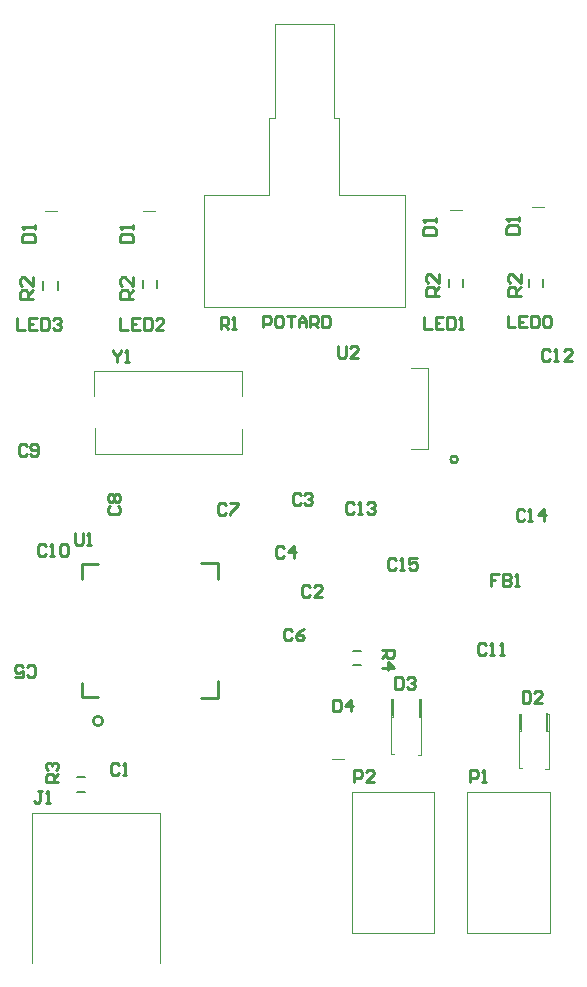
<source format=gto>
%FSLAX44Y44*%
%MOMM*%
G71*
G01*
G75*
G04 Layer_Color=65535*
%ADD10R,1.6800X1.5200*%
%ADD11R,0.9500X0.7000*%
%ADD12R,0.8000X1.6000*%
%ADD13R,1.2500X2.0000*%
%ADD14R,1.6000X0.8000*%
%ADD15R,5.5000X2.0000*%
%ADD16R,5.6000X5.6000*%
%ADD17R,2.0000X1.2000*%
%ADD18R,0.3000X1.5000*%
%ADD19R,1.5000X0.3000*%
%ADD20R,1.1000X1.2500*%
%ADD21R,2.0000X1.2500*%
%ADD22C,0.2540*%
%ADD23C,0.2900*%
%ADD24C,2.0000*%
%ADD25C,1.5000*%
%ADD26R,1.5000X1.5000*%
%ADD27C,1.4000*%
%ADD28C,1.2700*%
%ADD29C,1.0000*%
%ADD30C,0.1000*%
%ADD31C,0.2000*%
%ADD32R,0.1778X1.4732*%
%ADD33R,0.2032X1.4986*%
D22*
X385750Y427250D02*
G03*
X385750Y427250I-3000J0D01*
G01*
X85250Y205750D02*
G03*
X85250Y205750I-4000J0D01*
G01*
X168750Y339500D02*
X182500D01*
Y325750D02*
Y339500D01*
X168750Y225000D02*
X182500D01*
Y239500D01*
X67500Y339000D02*
X81250D01*
X67500Y325750D02*
Y339000D01*
Y225750D02*
X81250D01*
X67500D02*
Y238250D01*
X420664Y329997D02*
X414000D01*
Y324998D01*
X417332D01*
X414000D01*
Y320000D01*
X423997Y329997D02*
Y320000D01*
X428995D01*
X430661Y321666D01*
Y323332D01*
X428995Y324998D01*
X423997D01*
X428995D01*
X430661Y326665D01*
Y328331D01*
X428995Y329997D01*
X423997D01*
X433994Y320000D02*
X437326D01*
X435660D01*
Y329997D01*
X433994Y328331D01*
X47000Y154000D02*
X37003D01*
Y158998D01*
X38669Y160665D01*
X42002D01*
X43668Y158998D01*
Y154000D01*
Y157332D02*
X47000Y160665D01*
X38669Y163997D02*
X37003Y165663D01*
Y168995D01*
X38669Y170661D01*
X40335D01*
X42002Y168995D01*
Y167329D01*
Y168995D01*
X43668Y170661D01*
X45334D01*
X47000Y168995D01*
Y165663D01*
X45334Y163997D01*
X98665Y168331D02*
X96998Y169997D01*
X93666D01*
X92000Y168331D01*
Y161666D01*
X93666Y160000D01*
X96998D01*
X98665Y161666D01*
X101997Y160000D02*
X105329D01*
X103663D01*
Y169997D01*
X101997Y168331D01*
X20665Y438331D02*
X18998Y439997D01*
X15666D01*
X14000Y438331D01*
Y431666D01*
X15666Y430000D01*
X18998D01*
X20665Y431666D01*
X23997D02*
X25663Y430000D01*
X28995D01*
X30661Y431666D01*
Y438331D01*
X28995Y439997D01*
X25663D01*
X23997Y438331D01*
Y436665D01*
X25663Y434998D01*
X30661D01*
X245665Y282331D02*
X243998Y283997D01*
X240666D01*
X239000Y282331D01*
Y275666D01*
X240666Y274000D01*
X243998D01*
X245665Y275666D01*
X255661Y283997D02*
X252329Y282331D01*
X248997Y278998D01*
Y275666D01*
X250663Y274000D01*
X253995D01*
X255661Y275666D01*
Y277332D01*
X253995Y278998D01*
X248997D01*
X252665Y397331D02*
X250998Y398997D01*
X247666D01*
X246000Y397331D01*
Y390666D01*
X247666Y389000D01*
X250998D01*
X252665Y390666D01*
X255997Y397331D02*
X257663Y398997D01*
X260995D01*
X262661Y397331D01*
Y395664D01*
X260995Y393998D01*
X259329D01*
X260995D01*
X262661Y392332D01*
Y390666D01*
X260995Y389000D01*
X257663D01*
X255997Y390666D01*
X238664Y352331D02*
X236998Y353997D01*
X233666D01*
X232000Y352331D01*
Y345666D01*
X233666Y344000D01*
X236998D01*
X238664Y345666D01*
X246995Y344000D02*
Y353997D01*
X241997Y348998D01*
X248661D01*
X189664Y388331D02*
X187998Y389997D01*
X184666D01*
X183000Y388331D01*
Y381666D01*
X184666Y380000D01*
X187998D01*
X189664Y381666D01*
X192997Y389997D02*
X199661D01*
Y388331D01*
X192997Y381666D01*
Y380000D01*
X91669Y387664D02*
X90003Y385998D01*
Y382666D01*
X91669Y381000D01*
X98334D01*
X100000Y382666D01*
Y385998D01*
X98334Y387664D01*
X91669Y390997D02*
X90003Y392663D01*
Y395995D01*
X91669Y397661D01*
X93336D01*
X95002Y395995D01*
X96668Y397661D01*
X98334D01*
X100000Y395995D01*
Y392663D01*
X98334Y390997D01*
X96668D01*
X95002Y392663D01*
X93336Y390997D01*
X91669D01*
X95002Y392663D02*
Y395995D01*
X94000Y519997D02*
Y518331D01*
X97332Y514998D01*
X100665Y518331D01*
Y519997D01*
X97332Y514998D02*
Y510000D01*
X103997D02*
X107329D01*
X105663D01*
Y519997D01*
X103997Y518331D01*
X185000Y538000D02*
Y547997D01*
X189998D01*
X191665Y546331D01*
Y542998D01*
X189998Y541332D01*
X185000D01*
X188332D02*
X191665Y538000D01*
X194997D02*
X198329D01*
X196663D01*
Y547997D01*
X194997Y546331D01*
X221000Y539000D02*
Y548997D01*
X225998D01*
X227665Y547331D01*
Y543998D01*
X225998Y542332D01*
X221000D01*
X235995Y548997D02*
X232663D01*
X230997Y547331D01*
Y540666D01*
X232663Y539000D01*
X235995D01*
X237661Y540666D01*
Y547331D01*
X235995Y548997D01*
X240993D02*
X247658D01*
X244326D01*
Y539000D01*
X250990D02*
Y545664D01*
X254323Y548997D01*
X257655Y545664D01*
Y539000D01*
Y543998D01*
X250990D01*
X260987Y539000D02*
Y548997D01*
X265986D01*
X267652Y547331D01*
Y543998D01*
X265986Y542332D01*
X260987D01*
X264319D02*
X267652Y539000D01*
X270984Y548997D02*
Y539000D01*
X275982D01*
X277648Y540666D01*
Y547331D01*
X275982Y548997D01*
X270984D01*
X284640Y523041D02*
Y514710D01*
X286306Y513044D01*
X289638D01*
X291304Y514710D01*
Y523041D01*
X301301Y513044D02*
X294637D01*
X301301Y519709D01*
Y521375D01*
X299635Y523041D01*
X296303D01*
X294637Y521375D01*
X61976Y365089D02*
Y356758D01*
X63642Y355092D01*
X66974D01*
X68640Y356758D01*
Y365089D01*
X71973Y355092D02*
X75305D01*
X73639D01*
Y365089D01*
X71973Y363423D01*
X297942Y154178D02*
Y164175D01*
X302940D01*
X304606Y162509D01*
Y159176D01*
X302940Y157510D01*
X297942D01*
X314603Y154178D02*
X307939D01*
X314603Y160842D01*
Y162509D01*
X312937Y164175D01*
X309605D01*
X307939Y162509D01*
X395986Y154178D02*
Y164175D01*
X400984D01*
X402650Y162509D01*
Y159176D01*
X400984Y157510D01*
X395986D01*
X405983Y154178D02*
X409315D01*
X407649D01*
Y164175D01*
X405983Y162509D01*
X34097Y146141D02*
X30764D01*
X32430D01*
Y137810D01*
X30764Y136144D01*
X29098D01*
X27432Y137810D01*
X37429Y136144D02*
X40761D01*
X39095D01*
Y146141D01*
X37429Y144475D01*
X280054Y223897D02*
Y213900D01*
X285052D01*
X286719Y215566D01*
Y222231D01*
X285052Y223897D01*
X280054D01*
X295049Y213900D02*
Y223897D01*
X290051Y218898D01*
X296715D01*
X332662Y243247D02*
Y233250D01*
X337660D01*
X339327Y234916D01*
Y241581D01*
X337660Y243247D01*
X332662D01*
X342659Y241581D02*
X344325Y243247D01*
X347657D01*
X349323Y241581D01*
Y239914D01*
X347657Y238248D01*
X345991D01*
X347657D01*
X349323Y236582D01*
Y234916D01*
X347657Y233250D01*
X344325D01*
X342659Y234916D01*
X440690Y231231D02*
Y221234D01*
X445688D01*
X447355Y222900D01*
Y229565D01*
X445688Y231231D01*
X440690D01*
X457351Y221234D02*
X450687D01*
X457351Y227899D01*
Y229565D01*
X455685Y231231D01*
X452353D01*
X450687Y229565D01*
X333274Y341785D02*
X331608Y343451D01*
X328276D01*
X326610Y341785D01*
Y335120D01*
X328276Y333454D01*
X331608D01*
X333274Y335120D01*
X336607Y333454D02*
X339939D01*
X338273D01*
Y343451D01*
X336607Y341785D01*
X351602Y343451D02*
X344937D01*
Y338452D01*
X348270Y340118D01*
X349936D01*
X351602Y338452D01*
Y335120D01*
X349936Y333454D01*
X346604D01*
X344937Y335120D01*
X442286Y383563D02*
X440620Y385229D01*
X437288D01*
X435622Y383563D01*
Y376898D01*
X437288Y375232D01*
X440620D01*
X442286Y376898D01*
X445619Y375232D02*
X448951D01*
X447285D01*
Y385229D01*
X445619Y383563D01*
X458948Y375232D02*
Y385229D01*
X453949Y380230D01*
X460614D01*
X463879Y519057D02*
X462212Y520723D01*
X458880D01*
X457214Y519057D01*
Y512392D01*
X458880Y510726D01*
X462212D01*
X463879Y512392D01*
X467211Y510726D02*
X470543D01*
X468877D01*
Y520723D01*
X467211Y519057D01*
X482206Y510726D02*
X475541D01*
X482206Y517391D01*
Y519057D01*
X480540Y520723D01*
X477208D01*
X475541Y519057D01*
X410017Y269951D02*
X408350Y271617D01*
X405018D01*
X403352Y269951D01*
Y263286D01*
X405018Y261620D01*
X408350D01*
X410017Y263286D01*
X413349Y261620D02*
X416681D01*
X415015D01*
Y271617D01*
X413349Y269951D01*
X421679Y261620D02*
X425012D01*
X423346D01*
Y271617D01*
X421679Y269951D01*
X37304Y353913D02*
X35638Y355579D01*
X32306D01*
X30640Y353913D01*
Y347248D01*
X32306Y345582D01*
X35638D01*
X37304Y347248D01*
X40637Y345582D02*
X43969D01*
X42303D01*
Y355579D01*
X40637Y353913D01*
X48967D02*
X50634Y355579D01*
X53966D01*
X55632Y353913D01*
Y347248D01*
X53966Y345582D01*
X50634D01*
X48967Y347248D01*
Y353913D01*
X21335Y244669D02*
X23002Y243003D01*
X26334D01*
X28000Y244669D01*
Y251334D01*
X26334Y253000D01*
X23002D01*
X21335Y251334D01*
X11339Y243003D02*
X18003D01*
Y248002D01*
X14671Y246336D01*
X13005D01*
X11339Y248002D01*
Y251334D01*
X13005Y253000D01*
X16337D01*
X18003Y251334D01*
X297665Y389331D02*
X295998Y390997D01*
X292666D01*
X291000Y389331D01*
Y382666D01*
X292666Y381000D01*
X295998D01*
X297665Y382666D01*
X300997Y381000D02*
X304329D01*
X302663D01*
Y390997D01*
X300997Y389331D01*
X309327D02*
X310994Y390997D01*
X314326D01*
X315992Y389331D01*
Y387664D01*
X314326Y385998D01*
X312660D01*
X314326D01*
X315992Y384332D01*
Y382666D01*
X314326Y381000D01*
X310994D01*
X309327Y382666D01*
X260665Y319331D02*
X258998Y320997D01*
X255666D01*
X254000Y319331D01*
Y312666D01*
X255666Y311000D01*
X258998D01*
X260665Y312666D01*
X270661Y311000D02*
X263997D01*
X270661Y317665D01*
Y319331D01*
X268995Y320997D01*
X265663D01*
X263997Y319331D01*
X322000Y266000D02*
X331997D01*
Y261002D01*
X330331Y259335D01*
X326998D01*
X325332Y261002D01*
Y266000D01*
Y262668D02*
X322000Y259335D01*
Y251005D02*
X331997D01*
X326998Y256003D01*
Y249339D01*
X13000Y546997D02*
Y537000D01*
X19664D01*
X29661Y546997D02*
X22997D01*
Y537000D01*
X29661D01*
X22997Y541998D02*
X26329D01*
X32994Y546997D02*
Y537000D01*
X37992D01*
X39658Y538666D01*
Y545331D01*
X37992Y546997D01*
X32994D01*
X42990Y545331D02*
X44657Y546997D01*
X47989D01*
X49655Y545331D01*
Y543665D01*
X47989Y541998D01*
X46323D01*
X47989D01*
X49655Y540332D01*
Y538666D01*
X47989Y537000D01*
X44657D01*
X42990Y538666D01*
X100000Y546997D02*
Y537000D01*
X106664D01*
X116661Y546997D02*
X109997D01*
Y537000D01*
X116661D01*
X109997Y541998D02*
X113329D01*
X119994Y546997D02*
Y537000D01*
X124992D01*
X126658Y538666D01*
Y545331D01*
X124992Y546997D01*
X119994D01*
X136655Y537000D02*
X129990D01*
X136655Y543665D01*
Y545331D01*
X134989Y546997D01*
X131657D01*
X129990Y545331D01*
X357000Y547997D02*
Y538000D01*
X363665D01*
X373661Y547997D02*
X366997D01*
Y538000D01*
X373661D01*
X366997Y542998D02*
X370329D01*
X376994Y547997D02*
Y538000D01*
X381992D01*
X383658Y539666D01*
Y546331D01*
X381992Y547997D01*
X376994D01*
X386990Y538000D02*
X390323D01*
X388657D01*
Y547997D01*
X386990Y546331D01*
X356004Y617000D02*
X367000D01*
Y622498D01*
X365167Y624331D01*
X357836D01*
X356004Y622498D01*
Y617000D01*
X367000Y627996D02*
Y631662D01*
Y629829D01*
X356004D01*
X357836Y627996D01*
X370000Y566000D02*
X359003D01*
Y571498D01*
X360836Y573331D01*
X364502D01*
X366334Y571498D01*
Y566000D01*
Y569665D02*
X370000Y573331D01*
Y584327D02*
Y576996D01*
X362669Y584327D01*
X360836D01*
X359003Y582495D01*
Y578829D01*
X360836Y576996D01*
X100004Y611000D02*
X111000D01*
Y616498D01*
X109167Y618331D01*
X101836D01*
X100004Y616498D01*
Y611000D01*
X111000Y621996D02*
Y625662D01*
Y623829D01*
X100004D01*
X101836Y621996D01*
X111000Y563000D02*
X100004D01*
Y568498D01*
X101836Y570331D01*
X105502D01*
X107334Y568498D01*
Y563000D01*
Y566665D02*
X111000Y570331D01*
Y581327D02*
Y573996D01*
X103669Y581327D01*
X101836D01*
X100004Y579495D01*
Y575829D01*
X101836Y573996D01*
X26000Y563000D02*
X15004D01*
Y568498D01*
X16836Y570331D01*
X20502D01*
X22334Y568498D01*
Y563000D01*
Y566665D02*
X26000Y570331D01*
Y581327D02*
Y573996D01*
X18669Y581327D01*
X16836D01*
X15004Y579495D01*
Y575829D01*
X16836Y573996D01*
X17004Y611000D02*
X28000D01*
Y616498D01*
X26167Y618331D01*
X18836D01*
X17004Y616498D01*
Y611000D01*
X28000Y621996D02*
Y625662D01*
Y623829D01*
X17004D01*
X18836Y621996D01*
X427004Y618000D02*
X438000D01*
Y623498D01*
X436167Y625331D01*
X428836D01*
X427004Y623498D01*
Y618000D01*
X438000Y628996D02*
Y632662D01*
Y630829D01*
X427004D01*
X428836Y628996D01*
X439000Y566000D02*
X428004D01*
Y571498D01*
X429836Y573331D01*
X433502D01*
X435335Y571498D01*
Y566000D01*
Y569665D02*
X439000Y573331D01*
Y584327D02*
Y576996D01*
X431669Y584327D01*
X429836D01*
X428004Y582495D01*
Y578829D01*
X429836Y576996D01*
X428000Y548997D02*
Y539000D01*
X434664D01*
X444661Y548997D02*
X437997D01*
Y539000D01*
X444661D01*
X437997Y543998D02*
X441329D01*
X447994Y548997D02*
Y539000D01*
X452992D01*
X454658Y540666D01*
Y547331D01*
X452992Y548997D01*
X447994D01*
X457990Y547331D02*
X459656Y548997D01*
X462989D01*
X464655Y547331D01*
Y540666D01*
X462989Y539000D01*
X459656D01*
X457990Y540666D01*
Y547331D01*
D30*
X329554Y209380D02*
X331332D01*
Y224112D01*
X329554D02*
X331332D01*
X329554Y177630D02*
Y224112D01*
Y177630D02*
X332094D01*
X352668Y209126D02*
X354700D01*
X352668D02*
Y224112D01*
X354700D01*
Y177376D02*
Y224112D01*
X351906Y177376D02*
X354700D01*
X459906Y165376D02*
X462700D01*
Y212112D01*
X460668D02*
X462700D01*
X460668Y197126D02*
Y212112D01*
Y197126D02*
X462700D01*
X437554Y165630D02*
X440094D01*
X437554D02*
Y212112D01*
X439332D01*
Y197380D02*
Y212112D01*
X437554Y197380D02*
X439332D01*
X78000Y480750D02*
Y502000D01*
X203000Y480750D02*
Y502000D01*
X78000D02*
X203000D01*
Y432000D02*
Y453000D01*
X79000Y432000D02*
Y454000D01*
Y432000D02*
X203000D01*
X231000Y796000D02*
X281000D01*
Y716000D02*
Y796000D01*
X231000Y716000D02*
Y796000D01*
X281000Y716000D02*
X284956D01*
X226000D02*
X231000D01*
X284956Y651000D02*
Y716000D01*
Y651000D02*
X341000D01*
X226000D02*
Y716000D01*
Y651000D02*
X226028Y651028D01*
X171000Y651000D02*
X226000D01*
X341000Y556000D02*
Y651000D01*
X171000Y556000D02*
Y651000D01*
Y556000D02*
X341000D01*
X346000Y436000D02*
X361000D01*
Y505000D01*
X346000D02*
X361000D01*
X296000Y26000D02*
Y146000D01*
Y26000D02*
X366000D01*
Y146000D01*
X296000D02*
X366000D01*
X394000Y26000D02*
Y146000D01*
Y26000D02*
X464000D01*
Y146000D01*
X394000D02*
X464000D01*
X25410Y127938D02*
X133868D01*
X25410Y1000D02*
Y127938D01*
X133868Y1000D02*
Y127938D01*
X278920Y173600D02*
X289080D01*
X378920Y638400D02*
X389080D01*
X118920Y637400D02*
X129080D01*
X35920D02*
X46080D01*
X448920Y641400D02*
X459080D01*
D31*
X63000Y158000D02*
X70000D01*
X63000Y146000D02*
X70000D01*
X297000Y265000D02*
X304000D01*
X297000Y253000D02*
X304000D01*
X390000Y573000D02*
Y580000D01*
X378000Y573000D02*
Y580000D01*
X131000Y572000D02*
Y579000D01*
X119000Y572000D02*
Y579000D01*
X47000Y571000D02*
Y578000D01*
X35000Y571000D02*
Y578000D01*
X458000Y573000D02*
Y580000D01*
X446000Y573000D02*
Y580000D01*
D32*
X330443Y216746D02*
D03*
X438443Y204746D02*
D03*
D33*
X353684Y216619D02*
D03*
X461684Y204619D02*
D03*
M02*

</source>
